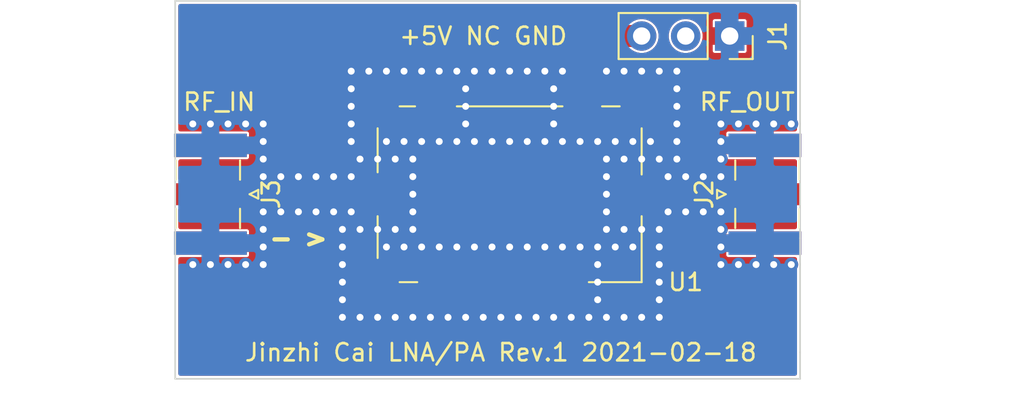
<source format=kicad_pcb>
(kicad_pcb (version 20171130) (host pcbnew 5.1.6-c6e7f7d~86~ubuntu18.04.1)

  (general
    (thickness 1.6)
    (drawings 12)
    (tracks 170)
    (zones 0)
    (modules 4)
    (nets 6)
  )

  (page A4)
  (layers
    (0 F.Cu signal)
    (31 B.Cu signal)
    (32 B.Adhes user)
    (33 F.Adhes user)
    (34 B.Paste user)
    (35 F.Paste user)
    (36 B.SilkS user)
    (37 F.SilkS user)
    (38 B.Mask user)
    (39 F.Mask user)
    (40 Dwgs.User user)
    (41 Cmts.User user hide)
    (42 Eco1.User user)
    (43 Eco2.User user)
    (44 Edge.Cuts user)
    (45 Margin user)
    (46 B.CrtYd user hide)
    (47 F.CrtYd user)
    (48 B.Fab user hide)
    (49 F.Fab user hide)
  )

  (setup
    (last_trace_width 0.25)
    (user_trace_width 0.657276)
    (user_trace_width 1.27)
    (trace_clearance 0.127)
    (zone_clearance 0.127)
    (zone_45_only no)
    (trace_min 0.2)
    (via_size 0.8)
    (via_drill 0.4)
    (via_min_size 0.4)
    (via_min_drill 0.3)
    (uvia_size 0.3)
    (uvia_drill 0.1)
    (uvias_allowed no)
    (uvia_min_size 0.2)
    (uvia_min_drill 0.1)
    (edge_width 0.1)
    (segment_width 0.2)
    (pcb_text_width 0.3)
    (pcb_text_size 1.5 1.5)
    (mod_edge_width 0.15)
    (mod_text_size 1 1)
    (mod_text_width 0.15)
    (pad_size 1.524 1.524)
    (pad_drill 0)
    (pad_to_mask_clearance 0)
    (aux_axis_origin 0 0)
    (visible_elements FFFFFF7F)
    (pcbplotparams
      (layerselection 0x010fc_ffffffff)
      (usegerberextensions false)
      (usegerberattributes true)
      (usegerberadvancedattributes true)
      (creategerberjobfile true)
      (excludeedgelayer true)
      (linewidth 0.100000)
      (plotframeref false)
      (viasonmask false)
      (mode 1)
      (useauxorigin false)
      (hpglpennumber 1)
      (hpglpenspeed 20)
      (hpglpendiameter 15.000000)
      (psnegative false)
      (psa4output false)
      (plotreference true)
      (plotvalue true)
      (plotinvisibletext false)
      (padsonsilk false)
      (subtractmaskfromsilk false)
      (outputformat 1)
      (mirror false)
      (drillshape 0)
      (scaleselection 1)
      (outputdirectory "../Assembly/"))
  )

  (net 0 "")
  (net 1 GND)
  (net 2 "Net-(J1-Pad2)")
  (net 3 "Net-(J2-Pad1)")
  (net 4 "Net-(J1-Pad3)")
  (net 5 "Net-(J3-Pad1)")

  (net_class Default "This is the default net class."
    (clearance 0.127)
    (trace_width 0.25)
    (via_dia 0.8)
    (via_drill 0.4)
    (uvia_dia 0.3)
    (uvia_drill 0.1)
    (add_net GND)
    (add_net "Net-(J1-Pad2)")
    (add_net "Net-(J1-Pad3)")
    (add_net "Net-(J2-Pad1)")
    (add_net "Net-(J3-Pad1)")
  )

  (module MiniCircuit:TAMP-272LN+ (layer F.Cu) (tedit 602EC3B4) (tstamp 602F17E2)
    (at 148.844 133.604)
    (path /602F5DB0)
    (fp_text reference U1 (at 10.16 5.08) (layer F.SilkS)
      (effects (font (size 1 1) (thickness 0.15)))
    )
    (fp_text value TAMP-272LN+ (at 0 -7.112) (layer F.Fab)
      (effects (font (size 1 1) (thickness 0.15)))
    )
    (fp_line (start 7.62 -1.143) (end 7.62 -3.81) (layer F.SilkS) (width 0.12))
    (fp_line (start -3.048 -5.08) (end 3.048 -5.08) (layer F.SilkS) (width 0.12))
    (fp_line (start 5.334 -5.08) (end 6.35 -5.08) (layer F.SilkS) (width 0.12))
    (fp_line (start 7.62 1.27) (end 7.62 5.08) (layer F.SilkS) (width 0.12))
    (fp_line (start 7.62 5.08) (end 4.572 5.08) (layer F.SilkS) (width 0.12))
    (fp_line (start -5.334 5.08) (end -6.35 5.08) (layer F.SilkS) (width 0.12))
    (fp_line (start -7.62 3.683) (end -7.62 1.27) (layer F.SilkS) (width 0.12))
    (fp_line (start -7.62 -1.27) (end -7.62 -3.81) (layer F.SilkS) (width 0.12))
    (fp_line (start -6.35 -5.08) (end -5.461 -5.08) (layer F.SilkS) (width 0.12))
    (pad 1 smd rect (at 0 0) (size 8.001 4.0132) (layers F.Cu F.Paste F.Mask)
      (net 1 GND))
    (pad 1 smd rect (at -7.5 5) (size 2.0066 2.2098) (layers F.Cu F.Paste F.Mask)
      (net 1 GND))
    (pad 10 smd rect (at -7.5 0) (size 2.0066 2.2098) (layers F.Cu F.Paste F.Mask)
      (net 5 "Net-(J3-Pad1)"))
    (pad 1 smd rect (at -7.5 -5) (size 2.0066 2.2098) (layers F.Cu F.Paste F.Mask)
      (net 1 GND))
    (pad 1 smd rect (at -4.25 -5) (size 2.0066 2.2098) (layers F.Cu F.Paste F.Mask)
      (net 1 GND))
    (pad 7 smd rect (at 4.25 -5) (size 2.0066 2.2098) (layers F.Cu F.Paste F.Mask)
      (net 4 "Net-(J1-Pad3)"))
    (pad 1 smd rect (at 7.5 -5) (size 2.0066 2.2098) (layers F.Cu F.Paste F.Mask)
      (net 1 GND))
    (pad 5 smd rect (at 7.5 0) (size 2.0066 2.2098) (layers F.Cu F.Paste F.Mask)
      (net 3 "Net-(J2-Pad1)"))
    (pad 1 smd rect (at 3.42 5) (size 2.0066 2.2098) (layers F.Cu F.Paste F.Mask)
      (net 1 GND))
    (pad 1 smd rect (at 0.88 5) (size 2.0066 2.2098) (layers F.Cu F.Paste F.Mask)
      (net 1 GND))
    (pad 1 smd rect (at -1.66 5) (size 2.0066 2.2098) (layers F.Cu F.Paste F.Mask)
      (net 1 GND))
    (pad 1 smd rect (at -4.2 5) (size 2.0066 2.2098) (layers F.Cu F.Paste F.Mask)
      (net 1 GND))
  )

  (module Connector_Coaxial:SMA_Samtec_SMA-J-P-X-ST-EM1_EdgeMount (layer F.Cu) (tedit 5DAA3454) (tstamp 602F0EA0)
    (at 131.572 133.604 270)
    (descr "Connector SMA, 0Hz to 20GHz, 50Ohm, Edge Mount (http://suddendocs.samtec.com/prints/sma-j-p-x-st-em1-mkt.pdf)")
    (tags "SMA Straight Samtec Edge Mount")
    (path /602F081F)
    (attr smd)
    (fp_text reference J3 (at 0 -3.5 90) (layer F.SilkS)
      (effects (font (size 1 1) (thickness 0.15)))
    )
    (fp_text value Conn_Coaxial (at 0 13 90) (layer F.Fab)
      (effects (font (size 1 1) (thickness 0.15)))
    )
    (fp_line (start 0.84 -1.71) (end 1.95 -1.71) (layer F.SilkS) (width 0.12))
    (fp_line (start -1.95 -1.71) (end -0.84 -1.71) (layer F.SilkS) (width 0.12))
    (fp_line (start 0.84 2) (end 1.95 2) (layer F.SilkS) (width 0.12))
    (fp_line (start -1.95 2) (end -0.84 2) (layer F.SilkS) (width 0.12))
    (fp_line (start 3.68 2.6) (end 3.68 12.12) (layer B.CrtYd) (width 0.05))
    (fp_line (start 4 2.6) (end 3.68 2.6) (layer B.CrtYd) (width 0.05))
    (fp_line (start -3.68 12.12) (end -3.68 2.6) (layer B.CrtYd) (width 0.05))
    (fp_line (start -3.68 2.6) (end -4 2.6) (layer B.CrtYd) (width 0.05))
    (fp_line (start 3.68 2.6) (end 3.68 12.12) (layer F.CrtYd) (width 0.05))
    (fp_line (start 3.68 2.6) (end 4 2.6) (layer F.CrtYd) (width 0.05))
    (fp_line (start -3.68 12.12) (end -3.68 2.6) (layer F.CrtYd) (width 0.05))
    (fp_line (start -3.68 2.6) (end -4 2.6) (layer F.CrtYd) (width 0.05))
    (fp_line (start 4.1 2.1) (end -4.1 2.1) (layer Dwgs.User) (width 0.1))
    (fp_line (start -3.175 -1.71) (end -3.175 11.62) (layer F.Fab) (width 0.1))
    (fp_line (start -2.365 -1.71) (end -3.175 -1.71) (layer F.Fab) (width 0.1))
    (fp_line (start -2.365 2.1) (end -2.365 -1.71) (layer F.Fab) (width 0.1))
    (fp_line (start 2.365 2.1) (end -2.365 2.1) (layer F.Fab) (width 0.1))
    (fp_line (start 2.365 -1.71) (end 2.365 2.1) (layer F.Fab) (width 0.1))
    (fp_line (start 3.175 -1.71) (end 2.365 -1.71) (layer F.Fab) (width 0.1))
    (fp_line (start 3.175 -1.71) (end 3.175 11.62) (layer F.Fab) (width 0.1))
    (fp_line (start 3.165 11.62) (end -3.165 11.62) (layer F.Fab) (width 0.1))
    (fp_line (start -4 -2.6) (end 4 -2.6) (layer B.CrtYd) (width 0.05))
    (fp_line (start -4 2.6) (end -4 -2.6) (layer B.CrtYd) (width 0.05))
    (fp_line (start 3.68 12.12) (end -3.68 12.12) (layer B.CrtYd) (width 0.05))
    (fp_line (start 4 2.6) (end 4 -2.6) (layer B.CrtYd) (width 0.05))
    (fp_line (start -4 -2.6) (end 4 -2.6) (layer F.CrtYd) (width 0.05))
    (fp_line (start -4 2.6) (end -4 -2.6) (layer F.CrtYd) (width 0.05))
    (fp_line (start 3.68 12.12) (end -3.68 12.12) (layer F.CrtYd) (width 0.05))
    (fp_line (start 4 2.6) (end 4 -2.6) (layer F.CrtYd) (width 0.05))
    (fp_line (start 0.64 2.1) (end 0 3.1) (layer F.Fab) (width 0.1))
    (fp_line (start 0 3.1) (end -0.64 2.1) (layer F.Fab) (width 0.1))
    (fp_line (start 0 -2.26) (end 0.25 -2.76) (layer F.SilkS) (width 0.12))
    (fp_line (start 0.25 -2.76) (end -0.25 -2.76) (layer F.SilkS) (width 0.12))
    (fp_line (start -0.25 -2.76) (end 0 -2.26) (layer F.SilkS) (width 0.12))
    (fp_text user "Board Thickness: 1.57mm" (at 0 -5.45 90) (layer Cmts.User)
      (effects (font (size 1 1) (thickness 0.15)))
    )
    (fp_text user "PCB Edge" (at 0 2.6 90) (layer Dwgs.User)
      (effects (font (size 0.5 0.5) (thickness 0.1)))
    )
    (fp_text user %R (at 0 4.79 270) (layer F.Fab)
      (effects (font (size 1 1) (thickness 0.15)))
    )
    (pad 1 smd rect (at 0 0.2 270) (size 1.27 3.6) (layers F.Cu F.Paste F.Mask)
      (net 5 "Net-(J3-Pad1)"))
    (pad 2 smd rect (at 2.825 0 270) (size 1.35 4.2) (layers F.Cu F.Paste F.Mask)
      (net 1 GND))
    (pad 2 smd rect (at -2.825 0 270) (size 1.35 4.2) (layers F.Cu F.Paste F.Mask)
      (net 1 GND))
    (pad 2 smd rect (at 2.825 0 270) (size 1.35 4.2) (layers B.Cu B.Paste B.Mask)
      (net 1 GND))
    (pad 2 smd rect (at -2.825 0 270) (size 1.35 4.2) (layers B.Cu B.Paste B.Mask)
      (net 1 GND))
    (model ${KISYS3DMOD}/Connector_Coaxial.3dshapes/SMA_Samtec_SMA-J-P-X-ST-EM1_EdgeMount.wrl
      (at (xyz 0 0 0))
      (scale (xyz 1 1 1))
      (rotate (xyz 0 0 0))
    )
  )

  (module Connector_PinSocket_2.54mm:PinSocket_1x03_P2.54mm_Vertical (layer F.Cu) (tedit 5A19A429) (tstamp 602F0E18)
    (at 161.544 124.46 270)
    (descr "Through hole straight socket strip, 1x03, 2.54mm pitch, single row (from Kicad 4.0.7), script generated")
    (tags "Through hole socket strip THT 1x03 2.54mm single row")
    (path /602EC147)
    (fp_text reference J1 (at 0 -2.77 90) (layer F.SilkS)
      (effects (font (size 1 1) (thickness 0.15)))
    )
    (fp_text value Conn_01x03 (at 0 12.192 180) (layer F.Fab)
      (effects (font (size 1 1) (thickness 0.15)))
    )
    (fp_line (start -1.8 6.85) (end -1.8 -1.8) (layer F.CrtYd) (width 0.05))
    (fp_line (start 1.75 6.85) (end -1.8 6.85) (layer F.CrtYd) (width 0.05))
    (fp_line (start 1.75 -1.8) (end 1.75 6.85) (layer F.CrtYd) (width 0.05))
    (fp_line (start -1.8 -1.8) (end 1.75 -1.8) (layer F.CrtYd) (width 0.05))
    (fp_line (start 0 -1.33) (end 1.33 -1.33) (layer F.SilkS) (width 0.12))
    (fp_line (start 1.33 -1.33) (end 1.33 0) (layer F.SilkS) (width 0.12))
    (fp_line (start 1.33 1.27) (end 1.33 6.41) (layer F.SilkS) (width 0.12))
    (fp_line (start -1.33 6.41) (end 1.33 6.41) (layer F.SilkS) (width 0.12))
    (fp_line (start -1.33 1.27) (end -1.33 6.41) (layer F.SilkS) (width 0.12))
    (fp_line (start -1.33 1.27) (end 1.33 1.27) (layer F.SilkS) (width 0.12))
    (fp_line (start -1.27 6.35) (end -1.27 -1.27) (layer F.Fab) (width 0.1))
    (fp_line (start 1.27 6.35) (end -1.27 6.35) (layer F.Fab) (width 0.1))
    (fp_line (start 1.27 -0.635) (end 1.27 6.35) (layer F.Fab) (width 0.1))
    (fp_line (start 0.635 -1.27) (end 1.27 -0.635) (layer F.Fab) (width 0.1))
    (fp_line (start -1.27 -1.27) (end 0.635 -1.27) (layer F.Fab) (width 0.1))
    (fp_text user %R (at 0 2.54) (layer F.Fab)
      (effects (font (size 1 1) (thickness 0.15)))
    )
    (pad 3 thru_hole oval (at 0 5.08 270) (size 1.7 1.7) (drill 1) (layers *.Cu *.Mask)
      (net 4 "Net-(J1-Pad3)"))
    (pad 2 thru_hole oval (at 0 2.54 270) (size 1.7 1.7) (drill 1) (layers *.Cu *.Mask)
      (net 2 "Net-(J1-Pad2)"))
    (pad 1 thru_hole rect (at 0 0 270) (size 1.7 1.7) (drill 1) (layers *.Cu *.Mask)
      (net 1 GND))
    (model ${KISYS3DMOD}/Connector_PinSocket_2.54mm.3dshapes/PinSocket_1x03_P2.54mm_Vertical.wrl
      (at (xyz 0 0 0))
      (scale (xyz 1 1 1))
      (rotate (xyz 0 0 0))
    )
  )

  (module Connector_Coaxial:SMA_Samtec_SMA-J-P-X-ST-EM1_EdgeMount (layer F.Cu) (tedit 5DAA3454) (tstamp 602E9B31)
    (at 163.576 133.604 90)
    (descr "Connector SMA, 0Hz to 20GHz, 50Ohm, Edge Mount (http://suddendocs.samtec.com/prints/sma-j-p-x-st-em1-mkt.pdf)")
    (tags "SMA Straight Samtec Edge Mount")
    (path /602EA1F3)
    (attr smd)
    (fp_text reference J2 (at 0 -3.5 90) (layer F.SilkS)
      (effects (font (size 1 1) (thickness 0.15)))
    )
    (fp_text value Conn_Coaxial (at 0 13 90) (layer F.Fab)
      (effects (font (size 1 1) (thickness 0.15)))
    )
    (fp_line (start -0.25 -2.76) (end 0 -2.26) (layer F.SilkS) (width 0.12))
    (fp_line (start 0.25 -2.76) (end -0.25 -2.76) (layer F.SilkS) (width 0.12))
    (fp_line (start 0 -2.26) (end 0.25 -2.76) (layer F.SilkS) (width 0.12))
    (fp_line (start 0 3.1) (end -0.64 2.1) (layer F.Fab) (width 0.1))
    (fp_line (start 0.64 2.1) (end 0 3.1) (layer F.Fab) (width 0.1))
    (fp_line (start 4 2.6) (end 4 -2.6) (layer F.CrtYd) (width 0.05))
    (fp_line (start 3.68 12.12) (end -3.68 12.12) (layer F.CrtYd) (width 0.05))
    (fp_line (start -4 2.6) (end -4 -2.6) (layer F.CrtYd) (width 0.05))
    (fp_line (start -4 -2.6) (end 4 -2.6) (layer F.CrtYd) (width 0.05))
    (fp_line (start 4 2.6) (end 4 -2.6) (layer B.CrtYd) (width 0.05))
    (fp_line (start 3.68 12.12) (end -3.68 12.12) (layer B.CrtYd) (width 0.05))
    (fp_line (start -4 2.6) (end -4 -2.6) (layer B.CrtYd) (width 0.05))
    (fp_line (start -4 -2.6) (end 4 -2.6) (layer B.CrtYd) (width 0.05))
    (fp_line (start 3.165 11.62) (end -3.165 11.62) (layer F.Fab) (width 0.1))
    (fp_line (start 3.175 -1.71) (end 3.175 11.62) (layer F.Fab) (width 0.1))
    (fp_line (start 3.175 -1.71) (end 2.365 -1.71) (layer F.Fab) (width 0.1))
    (fp_line (start 2.365 -1.71) (end 2.365 2.1) (layer F.Fab) (width 0.1))
    (fp_line (start 2.365 2.1) (end -2.365 2.1) (layer F.Fab) (width 0.1))
    (fp_line (start -2.365 2.1) (end -2.365 -1.71) (layer F.Fab) (width 0.1))
    (fp_line (start -2.365 -1.71) (end -3.175 -1.71) (layer F.Fab) (width 0.1))
    (fp_line (start -3.175 -1.71) (end -3.175 11.62) (layer F.Fab) (width 0.1))
    (fp_line (start 4.1 2.1) (end -4.1 2.1) (layer Dwgs.User) (width 0.1))
    (fp_line (start -3.68 2.6) (end -4 2.6) (layer F.CrtYd) (width 0.05))
    (fp_line (start -3.68 12.12) (end -3.68 2.6) (layer F.CrtYd) (width 0.05))
    (fp_line (start 3.68 2.6) (end 4 2.6) (layer F.CrtYd) (width 0.05))
    (fp_line (start 3.68 2.6) (end 3.68 12.12) (layer F.CrtYd) (width 0.05))
    (fp_line (start -3.68 2.6) (end -4 2.6) (layer B.CrtYd) (width 0.05))
    (fp_line (start -3.68 12.12) (end -3.68 2.6) (layer B.CrtYd) (width 0.05))
    (fp_line (start 4 2.6) (end 3.68 2.6) (layer B.CrtYd) (width 0.05))
    (fp_line (start 3.68 2.6) (end 3.68 12.12) (layer B.CrtYd) (width 0.05))
    (fp_line (start -1.95 2) (end -0.84 2) (layer F.SilkS) (width 0.12))
    (fp_line (start 0.84 2) (end 1.95 2) (layer F.SilkS) (width 0.12))
    (fp_line (start -1.95 -1.71) (end -0.84 -1.71) (layer F.SilkS) (width 0.12))
    (fp_line (start 0.84 -1.71) (end 1.95 -1.71) (layer F.SilkS) (width 0.12))
    (fp_text user "Board Thickness: 1.57mm" (at -8.128 5.08 180) (layer Cmts.User)
      (effects (font (size 1 1) (thickness 0.15)))
    )
    (fp_text user "PCB Edge" (at 0 2.6 90) (layer Dwgs.User)
      (effects (font (size 0.5 0.5) (thickness 0.1)))
    )
    (fp_text user %R (at 0 4.79 270) (layer F.Fab)
      (effects (font (size 1 1) (thickness 0.15)))
    )
    (pad 1 smd rect (at 0 0.2 90) (size 1.27 3.6) (layers F.Cu F.Paste F.Mask)
      (net 3 "Net-(J2-Pad1)"))
    (pad 2 smd rect (at 2.825 0 90) (size 1.35 4.2) (layers F.Cu F.Paste F.Mask)
      (net 1 GND))
    (pad 2 smd rect (at -2.825 0 90) (size 1.35 4.2) (layers F.Cu F.Paste F.Mask)
      (net 1 GND))
    (pad 2 smd rect (at 2.825 0 90) (size 1.35 4.2) (layers B.Cu B.Paste B.Mask)
      (net 1 GND))
    (pad 2 smd rect (at -2.825 0 90) (size 1.35 4.2) (layers B.Cu B.Paste B.Mask)
      (net 1 GND))
    (model ${KISYS3DMOD}/Connector_Coaxial.3dshapes/SMA_Samtec_SMA-J-P-X-ST-EM1_EdgeMount.wrl
      (at (xyz 0 0 0))
      (scale (xyz 1 1 1))
      (rotate (xyz 0 0 0))
    )
  )

  (gr_text RF_OUT (at 162.56 128.27) (layer F.SilkS)
    (effects (font (size 1 1) (thickness 0.15)))
  )
  (gr_text RF_IN (at 132.08 128.27) (layer F.SilkS)
    (effects (font (size 1 1) (thickness 0.15)))
  )
  (gr_text "- >" (at 136.652 136.144) (layer F.SilkS)
    (effects (font (size 1 1) (thickness 0.25)))
  )
  (gr_text "Jinzhi Cai LNA/PA Rev.1 2021-02-18" (at 148.336 142.748) (layer F.SilkS)
    (effects (font (size 1 1) (thickness 0.15)))
  )
  (gr_text "+5V NC GND" (at 147.32 124.46) (layer F.SilkS)
    (effects (font (size 1 1) (thickness 0.15)))
  )
  (gr_line (start 129.54 144.272) (end 129.54 142.748) (layer Edge.Cuts) (width 0.1) (tstamp 602EA421))
  (gr_line (start 165.608 142.748) (end 165.608 144.272) (layer Edge.Cuts) (width 0.1) (tstamp 602EA420))
  (gr_line (start 165.608 136.144) (end 165.608 142.748) (layer Edge.Cuts) (width 0.1) (tstamp 602EA415))
  (gr_line (start 129.54 144.272) (end 165.608 144.272) (layer Edge.Cuts) (width 0.1) (tstamp 602EA414))
  (gr_line (start 129.54 122.428) (end 129.54 142.748) (layer Edge.Cuts) (width 0.1))
  (gr_line (start 165.608 122.428) (end 129.54 122.428) (layer Edge.Cuts) (width 0.1))
  (gr_line (start 165.608 136.144) (end 165.608 122.428) (layer Edge.Cuts) (width 0.1))

  (via (at 134.62 134.62) (size 0.8) (drill 0.4) (layers F.Cu B.Cu) (net 1))
  (via (at 135.636 134.62) (size 0.8) (drill 0.4) (layers F.Cu B.Cu) (net 1))
  (via (at 136.652 134.62) (size 0.8) (drill 0.4) (layers F.Cu B.Cu) (net 1))
  (via (at 137.668 134.62) (size 0.8) (drill 0.4) (layers F.Cu B.Cu) (net 1))
  (via (at 138.684 134.62) (size 0.8) (drill 0.4) (layers F.Cu B.Cu) (net 1))
  (via (at 139.7 134.62) (size 0.8) (drill 0.4) (layers F.Cu B.Cu) (net 1))
  (via (at 139.7 132.588) (size 0.8) (drill 0.4) (layers F.Cu B.Cu) (net 1))
  (via (at 138.684 132.588) (size 0.8) (drill 0.4) (layers F.Cu B.Cu) (net 1))
  (via (at 137.668 132.588) (size 0.8) (drill 0.4) (layers F.Cu B.Cu) (net 1))
  (via (at 136.652 132.588) (size 0.8) (drill 0.4) (layers F.Cu B.Cu) (net 1))
  (via (at 135.636 132.588) (size 0.8) (drill 0.4) (layers F.Cu B.Cu) (net 1))
  (via (at 134.62 132.588) (size 0.8) (drill 0.4) (layers F.Cu B.Cu) (net 1))
  (via (at 134.62 131.572) (size 0.8) (drill 0.4) (layers F.Cu B.Cu) (net 1))
  (via (at 134.62 130.556) (size 0.8) (drill 0.4) (layers F.Cu B.Cu) (net 1))
  (via (at 134.62 129.54) (size 0.8) (drill 0.4) (layers F.Cu B.Cu) (net 1))
  (via (at 133.604 129.54) (size 0.8) (drill 0.4) (layers F.Cu B.Cu) (net 1))
  (via (at 132.588 129.54) (size 0.8) (drill 0.4) (layers F.Cu B.Cu) (net 1))
  (via (at 131.572 129.54) (size 0.8) (drill 0.4) (layers F.Cu B.Cu) (net 1))
  (via (at 130.556 129.54) (size 0.8) (drill 0.4) (layers F.Cu B.Cu) (net 1))
  (via (at 134.62 135.636) (size 0.8) (drill 0.4) (layers F.Cu B.Cu) (net 1))
  (via (at 134.62 136.652) (size 0.8) (drill 0.4) (layers F.Cu B.Cu) (net 1))
  (via (at 134.62 137.668) (size 0.8) (drill 0.4) (layers F.Cu B.Cu) (net 1))
  (via (at 133.604 137.668) (size 0.8) (drill 0.4) (layers F.Cu B.Cu) (net 1))
  (via (at 132.588 137.668) (size 0.8) (drill 0.4) (layers F.Cu B.Cu) (net 1))
  (via (at 131.572 137.668) (size 0.8) (drill 0.4) (layers F.Cu B.Cu) (net 1))
  (via (at 130.556 137.668) (size 0.8) (drill 0.4) (layers F.Cu B.Cu) (net 1))
  (via (at 140.208 135.636) (size 0.8) (drill 0.4) (layers F.Cu B.Cu) (net 1))
  (via (at 141.224 135.636) (size 0.8) (drill 0.4) (layers F.Cu B.Cu) (net 1))
  (via (at 142.24 135.636) (size 0.8) (drill 0.4) (layers F.Cu B.Cu) (net 1))
  (via (at 143.256 135.636) (size 0.8) (drill 0.4) (layers F.Cu B.Cu) (net 1))
  (via (at 143.256 134.62) (size 0.8) (drill 0.4) (layers F.Cu B.Cu) (net 1))
  (via (at 143.256 133.604) (size 0.8) (drill 0.4) (layers F.Cu B.Cu) (net 1))
  (via (at 143.256 132.588) (size 0.8) (drill 0.4) (layers F.Cu B.Cu) (net 1))
  (via (at 140.208 131.572) (size 0.8) (drill 0.4) (layers F.Cu B.Cu) (net 1))
  (via (at 141.224 131.572) (size 0.8) (drill 0.4) (layers F.Cu B.Cu) (net 1))
  (via (at 142.24 131.572) (size 0.8) (drill 0.4) (layers F.Cu B.Cu) (net 1))
  (via (at 143.256 131.572) (size 0.8) (drill 0.4) (layers F.Cu B.Cu) (net 1))
  (via (at 157.988 132.588) (size 0.8) (drill 0.4) (layers F.Cu B.Cu) (net 1))
  (via (at 159.004 132.588) (size 0.8) (drill 0.4) (layers F.Cu B.Cu) (net 1))
  (via (at 160.02 132.588) (size 0.8) (drill 0.4) (layers F.Cu B.Cu) (net 1))
  (via (at 161.036 132.588) (size 0.8) (drill 0.4) (layers F.Cu B.Cu) (net 1))
  (via (at 161.036 131.572) (size 0.8) (drill 0.4) (layers F.Cu B.Cu) (net 1))
  (via (at 161.036 130.556) (size 0.8) (drill 0.4) (layers F.Cu B.Cu) (net 1))
  (via (at 161.036 129.54) (size 0.8) (drill 0.4) (layers F.Cu B.Cu) (net 1))
  (via (at 162.052 129.54) (size 0.8) (drill 0.4) (layers F.Cu B.Cu) (net 1))
  (via (at 163.068 129.54) (size 0.8) (drill 0.4) (layers F.Cu B.Cu) (net 1))
  (via (at 164.084 129.54) (size 0.8) (drill 0.4) (layers F.Cu B.Cu) (net 1))
  (via (at 165.1 129.54) (size 0.8) (drill 0.4) (layers F.Cu B.Cu) (net 1))
  (via (at 161.036 134.62) (size 0.8) (drill 0.4) (layers F.Cu B.Cu) (net 1))
  (via (at 161.036 135.636) (size 0.8) (drill 0.4) (layers F.Cu B.Cu) (net 1))
  (via (at 161.036 136.652) (size 0.8) (drill 0.4) (layers F.Cu B.Cu) (net 1))
  (via (at 161.036 137.668) (size 0.8) (drill 0.4) (layers F.Cu B.Cu) (net 1))
  (via (at 162.052 137.668) (size 0.8) (drill 0.4) (layers F.Cu B.Cu) (net 1))
  (via (at 163.068 137.668) (size 0.8) (drill 0.4) (layers F.Cu B.Cu) (net 1))
  (via (at 164.084 137.668) (size 0.8) (drill 0.4) (layers F.Cu B.Cu) (net 1))
  (via (at 165.1 137.668) (size 0.8) (drill 0.4) (layers F.Cu B.Cu) (net 1))
  (via (at 160.02 134.62) (size 0.8) (drill 0.4) (layers F.Cu B.Cu) (net 1))
  (via (at 159.004 134.62) (size 0.8) (drill 0.4) (layers F.Cu B.Cu) (net 1))
  (via (at 157.988 134.62) (size 0.8) (drill 0.4) (layers F.Cu B.Cu) (net 1))
  (via (at 157.48 135.636) (size 0.8) (drill 0.4) (layers F.Cu B.Cu) (net 1))
  (via (at 156.464 135.636) (size 0.8) (drill 0.4) (layers F.Cu B.Cu) (net 1))
  (via (at 155.448 135.636) (size 0.8) (drill 0.4) (layers F.Cu B.Cu) (net 1))
  (via (at 154.432 135.636) (size 0.8) (drill 0.4) (layers F.Cu B.Cu) (net 1))
  (via (at 154.432 134.62) (size 0.8) (drill 0.4) (layers F.Cu B.Cu) (net 1))
  (via (at 154.432 133.604) (size 0.8) (drill 0.4) (layers F.Cu B.Cu) (net 1))
  (via (at 154.432 132.588) (size 0.8) (drill 0.4) (layers F.Cu B.Cu) (net 1))
  (via (at 154.432 131.572) (size 0.8) (drill 0.4) (layers F.Cu B.Cu) (net 1))
  (via (at 155.448 131.572) (size 0.8) (drill 0.4) (layers F.Cu B.Cu) (net 1))
  (via (at 156.464 131.572) (size 0.8) (drill 0.4) (layers F.Cu B.Cu) (net 1))
  (via (at 157.48 131.572) (size 0.8) (drill 0.4) (layers F.Cu B.Cu) (net 1))
  (via (at 141.732 130.556) (size 0.8) (drill 0.4) (layers F.Cu B.Cu) (net 1))
  (via (at 142.748 130.556) (size 0.8) (drill 0.4) (layers F.Cu B.Cu) (net 1))
  (via (at 143.764 130.556) (size 0.8) (drill 0.4) (layers F.Cu B.Cu) (net 1))
  (via (at 141.732 136.652) (size 0.8) (drill 0.4) (layers F.Cu B.Cu) (net 1))
  (via (at 142.748 136.652) (size 0.8) (drill 0.4) (layers F.Cu B.Cu) (net 1))
  (via (at 143.764 136.652) (size 0.8) (drill 0.4) (layers F.Cu B.Cu) (net 1))
  (via (at 158.496 126.492) (size 0.8) (drill 0.4) (layers F.Cu B.Cu) (net 1))
  (via (at 158.496 127.508) (size 0.8) (drill 0.4) (layers F.Cu B.Cu) (net 1))
  (via (at 158.496 128.524) (size 0.8) (drill 0.4) (layers F.Cu B.Cu) (net 1))
  (via (at 158.496 129.54) (size 0.8) (drill 0.4) (layers F.Cu B.Cu) (net 1))
  (via (at 158.496 130.556) (size 0.8) (drill 0.4) (layers F.Cu B.Cu) (net 1))
  (via (at 158.496 131.572) (size 0.8) (drill 0.4) (layers F.Cu B.Cu) (net 1))
  (via (at 157.48 126.492) (size 0.8) (drill 0.4) (layers F.Cu B.Cu) (net 1))
  (via (at 156.464 126.492) (size 0.8) (drill 0.4) (layers F.Cu B.Cu) (net 1))
  (via (at 155.448 126.492) (size 0.8) (drill 0.4) (layers F.Cu B.Cu) (net 1))
  (via (at 154.432 126.492) (size 0.8) (drill 0.4) (layers F.Cu B.Cu) (net 1))
  (via (at 151.892 126.492) (size 0.8) (drill 0.4) (layers F.Cu B.Cu) (net 1))
  (via (at 150.876 126.492) (size 0.8) (drill 0.4) (layers F.Cu B.Cu) (net 1))
  (via (at 149.86 126.492) (size 0.8) (drill 0.4) (layers F.Cu B.Cu) (net 1))
  (via (at 148.844 126.492) (size 0.8) (drill 0.4) (layers F.Cu B.Cu) (net 1))
  (via (at 147.828 126.492) (size 0.8) (drill 0.4) (layers F.Cu B.Cu) (net 1))
  (via (at 146.812 126.492) (size 0.8) (drill 0.4) (layers F.Cu B.Cu) (net 1))
  (via (at 145.796 126.492) (size 0.8) (drill 0.4) (layers F.Cu B.Cu) (net 1))
  (via (at 144.78 126.492) (size 0.8) (drill 0.4) (layers F.Cu B.Cu) (net 1))
  (via (at 143.764 126.492) (size 0.8) (drill 0.4) (layers F.Cu B.Cu) (net 1))
  (via (at 142.748 126.492) (size 0.8) (drill 0.4) (layers F.Cu B.Cu) (net 1))
  (via (at 141.732 126.492) (size 0.8) (drill 0.4) (layers F.Cu B.Cu) (net 1))
  (via (at 140.716 126.492) (size 0.8) (drill 0.4) (layers F.Cu B.Cu) (net 1))
  (via (at 139.7 126.492) (size 0.8) (drill 0.4) (layers F.Cu B.Cu) (net 1))
  (via (at 139.7 127.508) (size 0.8) (drill 0.4) (layers F.Cu B.Cu) (net 1))
  (via (at 139.7 128.524) (size 0.8) (drill 0.4) (layers F.Cu B.Cu) (net 1))
  (via (at 139.7 129.54) (size 0.8) (drill 0.4) (layers F.Cu B.Cu) (net 1))
  (via (at 139.7 130.556) (size 0.8) (drill 0.4) (layers F.Cu B.Cu) (net 1))
  (via (at 157.48 136.652) (size 0.8) (drill 0.4) (layers F.Cu B.Cu) (net 1))
  (via (at 157.48 137.668) (size 0.8) (drill 0.4) (layers F.Cu B.Cu) (net 1))
  (via (at 157.48 138.684) (size 0.8) (drill 0.4) (layers F.Cu B.Cu) (net 1))
  (via (at 157.48 139.7) (size 0.8) (drill 0.4) (layers F.Cu B.Cu) (net 1))
  (via (at 157.48 140.716) (size 0.8) (drill 0.4) (layers F.Cu B.Cu) (net 1))
  (via (at 156.464 140.716) (size 0.8) (drill 0.4) (layers F.Cu B.Cu) (net 1))
  (via (at 155.448 140.716) (size 0.8) (drill 0.4) (layers F.Cu B.Cu) (net 1))
  (via (at 154.432 140.716) (size 0.8) (drill 0.4) (layers F.Cu B.Cu) (net 1))
  (via (at 153.416 140.716) (size 0.8) (drill 0.4) (layers F.Cu B.Cu) (net 1))
  (via (at 152.4 140.716) (size 0.8) (drill 0.4) (layers F.Cu B.Cu) (net 1))
  (via (at 151.384 140.716) (size 0.8) (drill 0.4) (layers F.Cu B.Cu) (net 1))
  (via (at 150.368 140.716) (size 0.8) (drill 0.4) (layers F.Cu B.Cu) (net 1))
  (via (at 149.352 140.716) (size 0.8) (drill 0.4) (layers F.Cu B.Cu) (net 1))
  (via (at 148.336 140.716) (size 0.8) (drill 0.4) (layers F.Cu B.Cu) (net 1))
  (via (at 147.32 140.716) (size 0.8) (drill 0.4) (layers F.Cu B.Cu) (net 1))
  (via (at 146.304 140.716) (size 0.8) (drill 0.4) (layers F.Cu B.Cu) (net 1))
  (via (at 145.288 140.716) (size 0.8) (drill 0.4) (layers F.Cu B.Cu) (net 1))
  (via (at 144.272 140.716) (size 0.8) (drill 0.4) (layers F.Cu B.Cu) (net 1))
  (via (at 143.256 140.716) (size 0.8) (drill 0.4) (layers F.Cu B.Cu) (net 1))
  (via (at 142.24 140.716) (size 0.8) (drill 0.4) (layers F.Cu B.Cu) (net 1))
  (via (at 141.224 140.716) (size 0.8) (drill 0.4) (layers F.Cu B.Cu) (net 1))
  (via (at 140.208 140.716) (size 0.8) (drill 0.4) (layers F.Cu B.Cu) (net 1))
  (via (at 139.192 140.716) (size 0.8) (drill 0.4) (layers F.Cu B.Cu) (net 1))
  (via (at 139.192 139.7) (size 0.8) (drill 0.4) (layers F.Cu B.Cu) (net 1))
  (via (at 139.192 138.684) (size 0.8) (drill 0.4) (layers F.Cu B.Cu) (net 1))
  (via (at 139.192 137.668) (size 0.8) (drill 0.4) (layers F.Cu B.Cu) (net 1))
  (via (at 139.192 136.652) (size 0.8) (drill 0.4) (layers F.Cu B.Cu) (net 1))
  (via (at 139.192 135.636) (size 0.8) (drill 0.4) (layers F.Cu B.Cu) (net 1))
  (via (at 144.78 136.652) (size 0.8) (drill 0.4) (layers F.Cu B.Cu) (net 1))
  (via (at 145.796 136.652) (size 0.8) (drill 0.4) (layers F.Cu B.Cu) (net 1))
  (via (at 146.812 136.652) (size 0.8) (drill 0.4) (layers F.Cu B.Cu) (net 1))
  (via (at 147.828 136.652) (size 0.8) (drill 0.4) (layers F.Cu B.Cu) (net 1))
  (via (at 148.844 136.652) (size 0.8) (drill 0.4) (layers F.Cu B.Cu) (net 1))
  (via (at 149.86 136.652) (size 0.8) (drill 0.4) (layers F.Cu B.Cu) (net 1))
  (via (at 150.876 136.652) (size 0.8) (drill 0.4) (layers F.Cu B.Cu) (net 1))
  (via (at 151.892 136.652) (size 0.8) (drill 0.4) (layers F.Cu B.Cu) (net 1))
  (via (at 152.908 136.652) (size 0.8) (drill 0.4) (layers F.Cu B.Cu) (net 1))
  (via (at 153.924 136.652) (size 0.8) (drill 0.4) (layers F.Cu B.Cu) (net 1))
  (via (at 154.94 136.652) (size 0.8) (drill 0.4) (layers F.Cu B.Cu) (net 1))
  (via (at 155.956 136.652) (size 0.8) (drill 0.4) (layers F.Cu B.Cu) (net 1))
  (via (at 144.78 130.556) (size 0.8) (drill 0.4) (layers F.Cu B.Cu) (net 1))
  (via (at 145.796 130.556) (size 0.8) (drill 0.4) (layers F.Cu B.Cu) (net 1))
  (via (at 146.812 130.556) (size 0.8) (drill 0.4) (layers F.Cu B.Cu) (net 1))
  (via (at 147.828 130.556) (size 0.8) (drill 0.4) (layers F.Cu B.Cu) (net 1))
  (via (at 148.844 130.556) (size 0.8) (drill 0.4) (layers F.Cu B.Cu) (net 1))
  (via (at 149.86 130.556) (size 0.8) (drill 0.4) (layers F.Cu B.Cu) (net 1))
  (via (at 150.876 130.556) (size 0.8) (drill 0.4) (layers F.Cu B.Cu) (net 1))
  (via (at 151.892 130.556) (size 0.8) (drill 0.4) (layers F.Cu B.Cu) (net 1))
  (via (at 152.908 130.556) (size 0.8) (drill 0.4) (layers F.Cu B.Cu) (net 1))
  (via (at 153.924 130.556) (size 0.8) (drill 0.4) (layers F.Cu B.Cu) (net 1))
  (via (at 154.94 130.556) (size 0.8) (drill 0.4) (layers F.Cu B.Cu) (net 1))
  (via (at 155.956 130.556) (size 0.8) (drill 0.4) (layers F.Cu B.Cu) (net 1))
  (via (at 156.972 130.556) (size 0.8) (drill 0.4) (layers F.Cu B.Cu) (net 1))
  (via (at 153.924 137.668) (size 0.8) (drill 0.4) (layers F.Cu B.Cu) (net 1))
  (via (at 153.924 138.684) (size 0.8) (drill 0.4) (layers F.Cu B.Cu) (net 1))
  (via (at 153.924 139.7) (size 0.8) (drill 0.4) (layers F.Cu B.Cu) (net 1))
  (via (at 146.304 127.508) (size 0.8) (drill 0.4) (layers F.Cu B.Cu) (net 1))
  (via (at 146.304 128.524) (size 0.8) (drill 0.4) (layers F.Cu B.Cu) (net 1))
  (via (at 146.304 129.54) (size 0.8) (drill 0.4) (layers F.Cu B.Cu) (net 1))
  (via (at 151.384 127.508) (size 0.8) (drill 0.4) (layers F.Cu B.Cu) (net 1))
  (via (at 151.384 128.524) (size 0.8) (drill 0.4) (layers F.Cu B.Cu) (net 1))
  (via (at 151.384 129.54) (size 0.8) (drill 0.4) (layers F.Cu B.Cu) (net 1))
  (segment (start 156.344 133.604) (end 163.776 133.604) (width 0.657276) (layer F.Cu) (net 3))
  (segment (start 156.464 124.46) (end 153.924 124.46) (width 1.27) (layer F.Cu) (net 4))
  (segment (start 153.094 125.29) (end 153.094 128.604) (width 1.27) (layer F.Cu) (net 4))
  (segment (start 153.924 124.46) (end 153.094 125.29) (width 1.27) (layer F.Cu) (net 4))
  (segment (start 131.372 133.604) (end 141.344 133.604) (width 0.657276) (layer F.Cu) (net 5))

  (zone (net 1) (net_name GND) (layer B.Cu) (tstamp 602ECA86) (hatch edge 0.508)
    (connect_pads (clearance 0.127))
    (min_thickness 0.254)
    (fill yes (arc_segments 32) (thermal_gap 0.508) (thermal_bridge_width 1.016))
    (polygon
      (pts
        (xy 167.272605 145.796) (xy 121.044605 145.796) (xy 121.044605 122.428) (xy 167.272605 122.428)
      )
    )
    (filled_polygon
      (pts
        (xy 165.304 129.46666) (xy 164.11575 129.469) (xy 163.957 129.62775) (xy 163.957 130.398) (xy 165.304 130.398)
        (xy 165.304 131.16) (xy 163.957 131.16) (xy 163.957 131.93025) (xy 164.11575 132.089) (xy 165.304 132.09134)
        (xy 165.304 135.11666) (xy 164.11575 135.119) (xy 163.957 135.27775) (xy 163.957 136.048) (xy 165.304 136.048)
        (xy 165.304 136.81) (xy 163.957 136.81) (xy 163.957 137.58025) (xy 164.11575 137.739) (xy 165.304 137.74134)
        (xy 165.304001 142.733067) (xy 165.304 142.733077) (xy 165.304001 143.968) (xy 129.844 143.968) (xy 129.844 137.74134)
        (xy 131.03225 137.739) (xy 131.191 137.58025) (xy 131.191 136.81) (xy 131.953 136.81) (xy 131.953 137.58025)
        (xy 132.11175 137.739) (xy 133.672 137.742072) (xy 133.796482 137.729812) (xy 133.91618 137.693502) (xy 134.026494 137.634537)
        (xy 134.123185 137.555185) (xy 134.202537 137.458494) (xy 134.261502 137.34818) (xy 134.297812 137.228482) (xy 134.310072 137.104)
        (xy 160.837928 137.104) (xy 160.850188 137.228482) (xy 160.886498 137.34818) (xy 160.945463 137.458494) (xy 161.024815 137.555185)
        (xy 161.121506 137.634537) (xy 161.23182 137.693502) (xy 161.351518 137.729812) (xy 161.476 137.742072) (xy 163.03625 137.739)
        (xy 163.195 137.58025) (xy 163.195 136.81) (xy 160.99975 136.81) (xy 160.841 136.96875) (xy 160.837928 137.104)
        (xy 134.310072 137.104) (xy 134.307 136.96875) (xy 134.14825 136.81) (xy 131.953 136.81) (xy 131.191 136.81)
        (xy 129.844 136.81) (xy 129.844 136.048) (xy 131.191 136.048) (xy 131.191 135.27775) (xy 131.953 135.27775)
        (xy 131.953 136.048) (xy 134.14825 136.048) (xy 134.307 135.88925) (xy 134.310072 135.754) (xy 160.837928 135.754)
        (xy 160.841 135.88925) (xy 160.99975 136.048) (xy 163.195 136.048) (xy 163.195 135.27775) (xy 163.03625 135.119)
        (xy 161.476 135.115928) (xy 161.351518 135.128188) (xy 161.23182 135.164498) (xy 161.121506 135.223463) (xy 161.024815 135.302815)
        (xy 160.945463 135.399506) (xy 160.886498 135.50982) (xy 160.850188 135.629518) (xy 160.837928 135.754) (xy 134.310072 135.754)
        (xy 134.297812 135.629518) (xy 134.261502 135.50982) (xy 134.202537 135.399506) (xy 134.123185 135.302815) (xy 134.026494 135.223463)
        (xy 133.91618 135.164498) (xy 133.796482 135.128188) (xy 133.672 135.115928) (xy 132.11175 135.119) (xy 131.953 135.27775)
        (xy 131.191 135.27775) (xy 131.03225 135.119) (xy 129.844 135.11666) (xy 129.844 132.09134) (xy 131.03225 132.089)
        (xy 131.191 131.93025) (xy 131.191 131.16) (xy 131.953 131.16) (xy 131.953 131.93025) (xy 132.11175 132.089)
        (xy 133.672 132.092072) (xy 133.796482 132.079812) (xy 133.91618 132.043502) (xy 134.026494 131.984537) (xy 134.123185 131.905185)
        (xy 134.202537 131.808494) (xy 134.261502 131.69818) (xy 134.297812 131.578482) (xy 134.310072 131.454) (xy 160.837928 131.454)
        (xy 160.850188 131.578482) (xy 160.886498 131.69818) (xy 160.945463 131.808494) (xy 161.024815 131.905185) (xy 161.121506 131.984537)
        (xy 161.23182 132.043502) (xy 161.351518 132.079812) (xy 161.476 132.092072) (xy 163.03625 132.089) (xy 163.195 131.93025)
        (xy 163.195 131.16) (xy 160.99975 131.16) (xy 160.841 131.31875) (xy 160.837928 131.454) (xy 134.310072 131.454)
        (xy 134.307 131.31875) (xy 134.14825 131.16) (xy 131.953 131.16) (xy 131.191 131.16) (xy 129.844 131.16)
        (xy 129.844 130.398) (xy 131.191 130.398) (xy 131.191 129.62775) (xy 131.953 129.62775) (xy 131.953 130.398)
        (xy 134.14825 130.398) (xy 134.307 130.23925) (xy 134.310072 130.104) (xy 160.837928 130.104) (xy 160.841 130.23925)
        (xy 160.99975 130.398) (xy 163.195 130.398) (xy 163.195 129.62775) (xy 163.03625 129.469) (xy 161.476 129.465928)
        (xy 161.351518 129.478188) (xy 161.23182 129.514498) (xy 161.121506 129.573463) (xy 161.024815 129.652815) (xy 160.945463 129.749506)
        (xy 160.886498 129.85982) (xy 160.850188 129.979518) (xy 160.837928 130.104) (xy 134.310072 130.104) (xy 134.297812 129.979518)
        (xy 134.261502 129.85982) (xy 134.202537 129.749506) (xy 134.123185 129.652815) (xy 134.026494 129.573463) (xy 133.91618 129.514498)
        (xy 133.796482 129.478188) (xy 133.672 129.465928) (xy 132.11175 129.469) (xy 131.953 129.62775) (xy 131.191 129.62775)
        (xy 131.03225 129.469) (xy 129.844 129.46666) (xy 129.844 124.351265) (xy 155.36 124.351265) (xy 155.36 124.568735)
        (xy 155.402426 124.782025) (xy 155.485648 124.98294) (xy 155.606467 125.163759) (xy 155.760241 125.317533) (xy 155.94106 125.438352)
        (xy 156.141975 125.521574) (xy 156.355265 125.564) (xy 156.572735 125.564) (xy 156.786025 125.521574) (xy 156.98694 125.438352)
        (xy 157.167759 125.317533) (xy 157.321533 125.163759) (xy 157.442352 124.98294) (xy 157.525574 124.782025) (xy 157.568 124.568735)
        (xy 157.568 124.351265) (xy 157.9 124.351265) (xy 157.9 124.568735) (xy 157.942426 124.782025) (xy 158.025648 124.98294)
        (xy 158.146467 125.163759) (xy 158.300241 125.317533) (xy 158.48106 125.438352) (xy 158.681975 125.521574) (xy 158.895265 125.564)
        (xy 159.112735 125.564) (xy 159.326025 125.521574) (xy 159.52694 125.438352) (xy 159.707759 125.317533) (xy 159.861533 125.163759)
        (xy 159.982352 124.98294) (xy 160.059 124.797896) (xy 160.059 124.841002) (xy 160.217748 124.841002) (xy 160.059 124.99975)
        (xy 160.055928 125.31) (xy 160.068188 125.434482) (xy 160.104498 125.55418) (xy 160.163463 125.664494) (xy 160.242815 125.761185)
        (xy 160.339506 125.840537) (xy 160.44982 125.899502) (xy 160.569518 125.935812) (xy 160.694 125.948072) (xy 161.00425 125.945)
        (xy 161.163 125.78625) (xy 161.163 124.841) (xy 161.925 124.841) (xy 161.925 125.78625) (xy 162.08375 125.945)
        (xy 162.394 125.948072) (xy 162.518482 125.935812) (xy 162.63818 125.899502) (xy 162.748494 125.840537) (xy 162.845185 125.761185)
        (xy 162.924537 125.664494) (xy 162.983502 125.55418) (xy 163.019812 125.434482) (xy 163.032072 125.31) (xy 163.029 124.99975)
        (xy 162.87025 124.841) (xy 161.925 124.841) (xy 161.163 124.841) (xy 161.143 124.841) (xy 161.143 124.079)
        (xy 161.163 124.079) (xy 161.163 123.13375) (xy 161.925 123.13375) (xy 161.925 124.079) (xy 162.87025 124.079)
        (xy 163.029 123.92025) (xy 163.032072 123.61) (xy 163.019812 123.485518) (xy 162.983502 123.36582) (xy 162.924537 123.255506)
        (xy 162.845185 123.158815) (xy 162.748494 123.079463) (xy 162.63818 123.020498) (xy 162.518482 122.984188) (xy 162.394 122.971928)
        (xy 162.08375 122.975) (xy 161.925 123.13375) (xy 161.163 123.13375) (xy 161.00425 122.975) (xy 160.694 122.971928)
        (xy 160.569518 122.984188) (xy 160.44982 123.020498) (xy 160.339506 123.079463) (xy 160.242815 123.158815) (xy 160.163463 123.255506)
        (xy 160.104498 123.36582) (xy 160.068188 123.485518) (xy 160.055928 123.61) (xy 160.059 123.92025) (xy 160.217748 124.078998)
        (xy 160.059 124.078998) (xy 160.059 124.122104) (xy 159.982352 123.93706) (xy 159.861533 123.756241) (xy 159.707759 123.602467)
        (xy 159.52694 123.481648) (xy 159.326025 123.398426) (xy 159.112735 123.356) (xy 158.895265 123.356) (xy 158.681975 123.398426)
        (xy 158.48106 123.481648) (xy 158.300241 123.602467) (xy 158.146467 123.756241) (xy 158.025648 123.93706) (xy 157.942426 124.137975)
        (xy 157.9 124.351265) (xy 157.568 124.351265) (xy 157.525574 124.137975) (xy 157.442352 123.93706) (xy 157.321533 123.756241)
        (xy 157.167759 123.602467) (xy 156.98694 123.481648) (xy 156.786025 123.398426) (xy 156.572735 123.356) (xy 156.355265 123.356)
        (xy 156.141975 123.398426) (xy 155.94106 123.481648) (xy 155.760241 123.602467) (xy 155.606467 123.756241) (xy 155.485648 123.93706)
        (xy 155.402426 124.137975) (xy 155.36 124.351265) (xy 129.844 124.351265) (xy 129.844 122.732) (xy 165.304001 122.732)
      )
    )
  )
  (zone (net 1) (net_name GND) (layer F.Cu) (tstamp 602ECA83) (hatch edge 0.508)
    (connect_pads (clearance 0.127))
    (min_thickness 0.254)
    (fill yes (arc_segments 32) (thermal_gap 0.127) (thermal_bridge_width 1.016))
    (polygon
      (pts
        (xy 172.048265 145.796) (xy 125.820265 145.796) (xy 125.820265 122.428) (xy 172.048265 122.428)
      )
    )
    (filled_polygon
      (pts
        (xy 165.304 129.849047) (xy 164.0205 129.85) (xy 163.957 129.9135) (xy 163.957 130.398) (xy 165.304 130.398)
        (xy 165.304 131.16) (xy 163.957 131.16) (xy 163.957 131.6445) (xy 164.0205 131.708) (xy 165.304 131.708953)
        (xy 165.304 132.713772) (xy 161.976 132.713772) (xy 161.926207 132.718676) (xy 161.878328 132.7332) (xy 161.834203 132.756786)
        (xy 161.795527 132.788527) (xy 161.763786 132.827203) (xy 161.7402 132.871328) (xy 161.725676 132.919207) (xy 161.720772 132.969)
        (xy 161.720772 133.021362) (xy 157.602528 133.021362) (xy 157.602528 132.4991) (xy 157.597624 132.449307) (xy 157.5831 132.401428)
        (xy 157.559514 132.357303) (xy 157.527773 132.318627) (xy 157.489097 132.286886) (xy 157.444972 132.2633) (xy 157.397093 132.248776)
        (xy 157.3473 132.243872) (xy 155.3407 132.243872) (xy 155.290907 132.248776) (xy 155.243028 132.2633) (xy 155.198903 132.286886)
        (xy 155.160227 132.318627) (xy 155.128486 132.357303) (xy 155.1049 132.401428) (xy 155.090376 132.449307) (xy 155.085472 132.4991)
        (xy 155.085472 134.7089) (xy 155.090376 134.758693) (xy 155.1049 134.806572) (xy 155.128486 134.850697) (xy 155.160227 134.889373)
        (xy 155.198903 134.921114) (xy 155.243028 134.9447) (xy 155.290907 134.959224) (xy 155.3407 134.964128) (xy 157.3473 134.964128)
        (xy 157.397093 134.959224) (xy 157.444972 134.9447) (xy 157.489097 134.921114) (xy 157.527773 134.889373) (xy 157.559514 134.850697)
        (xy 157.5831 134.806572) (xy 157.597624 134.758693) (xy 157.602528 134.7089) (xy 157.602528 134.186638) (xy 161.720772 134.186638)
        (xy 161.720772 134.239) (xy 161.725676 134.288793) (xy 161.7402 134.336672) (xy 161.763786 134.380797) (xy 161.795527 134.419473)
        (xy 161.834203 134.451214) (xy 161.878328 134.4748) (xy 161.926207 134.489324) (xy 161.976 134.494228) (xy 165.304 134.494228)
        (xy 165.304 135.499047) (xy 164.0205 135.5) (xy 163.957 135.5635) (xy 163.957 136.048) (xy 165.304 136.048)
        (xy 165.304 136.81) (xy 163.957 136.81) (xy 163.957 137.2945) (xy 164.0205 137.358) (xy 165.304 137.358953)
        (xy 165.304001 142.733067) (xy 165.304 142.733077) (xy 165.304001 143.968) (xy 129.844 143.968) (xy 129.844 139.7089)
        (xy 140.085471 139.7089) (xy 140.090375 139.758693) (xy 140.104899 139.806572) (xy 140.128485 139.850698) (xy 140.160226 139.889374)
        (xy 140.198902 139.921115) (xy 140.243028 139.944701) (xy 140.290907 139.959225) (xy 140.3407 139.964129) (xy 140.8995 139.9629)
        (xy 140.963 139.8994) (xy 140.963 138.985) (xy 141.725 138.985) (xy 141.725 139.8994) (xy 141.7885 139.9629)
        (xy 142.3473 139.964129) (xy 142.397093 139.959225) (xy 142.444972 139.944701) (xy 142.489098 139.921115) (xy 142.527774 139.889374)
        (xy 142.559515 139.850698) (xy 142.583101 139.806572) (xy 142.597625 139.758693) (xy 142.602529 139.7089) (xy 143.385471 139.7089)
        (xy 143.390375 139.758693) (xy 143.404899 139.806572) (xy 143.428485 139.850698) (xy 143.460226 139.889374) (xy 143.498902 139.921115)
        (xy 143.543028 139.944701) (xy 143.590907 139.959225) (xy 143.6407 139.964129) (xy 144.1995 139.9629) (xy 144.263 139.8994)
        (xy 144.263 138.985) (xy 145.025 138.985) (xy 145.025 139.8994) (xy 145.0885 139.9629) (xy 145.6473 139.964129)
        (xy 145.697093 139.959225) (xy 145.744972 139.944701) (xy 145.789098 139.921115) (xy 145.827774 139.889374) (xy 145.859515 139.850698)
        (xy 145.883101 139.806572) (xy 145.897625 139.758693) (xy 145.902529 139.7089) (xy 145.925471 139.7089) (xy 145.930375 139.758693)
        (xy 145.944899 139.806572) (xy 145.968485 139.850698) (xy 146.000226 139.889374) (xy 146.038902 139.921115) (xy 146.083028 139.944701)
        (xy 146.130907 139.959225) (xy 146.1807 139.964129) (xy 146.7395 139.9629) (xy 146.803 139.8994) (xy 146.803 138.985)
        (xy 147.565 138.985) (xy 147.565 139.8994) (xy 147.6285 139.9629) (xy 148.1873 139.964129) (xy 148.237093 139.959225)
        (xy 148.284972 139.944701) (xy 148.329098 139.921115) (xy 148.367774 139.889374) (xy 148.399515 139.850698) (xy 148.423101 139.806572)
        (xy 148.437625 139.758693) (xy 148.442529 139.7089) (xy 148.465471 139.7089) (xy 148.470375 139.758693) (xy 148.484899 139.806572)
        (xy 148.508485 139.850698) (xy 148.540226 139.889374) (xy 148.578902 139.921115) (xy 148.623028 139.944701) (xy 148.670907 139.959225)
        (xy 148.7207 139.964129) (xy 149.2795 139.9629) (xy 149.343 139.8994) (xy 149.343 138.985) (xy 150.105 138.985)
        (xy 150.105 139.8994) (xy 150.1685 139.9629) (xy 150.7273 139.964129) (xy 150.777093 139.959225) (xy 150.824972 139.944701)
        (xy 150.869098 139.921115) (xy 150.907774 139.889374) (xy 150.939515 139.850698) (xy 150.963101 139.806572) (xy 150.977625 139.758693)
        (xy 150.982529 139.7089) (xy 151.005471 139.7089) (xy 151.010375 139.758693) (xy 151.024899 139.806572) (xy 151.048485 139.850698)
        (xy 151.080226 139.889374) (xy 151.118902 139.921115) (xy 151.163028 139.944701) (xy 151.210907 139.959225) (xy 151.2607 139.964129)
        (xy 151.8195 139.9629) (xy 151.883 139.8994) (xy 151.883 138.985) (xy 152.645 138.985) (xy 152.645 139.8994)
        (xy 152.7085 139.9629) (xy 153.2673 139.964129) (xy 153.317093 139.959225) (xy 153.364972 139.944701) (xy 153.409098 139.921115)
        (xy 153.447774 139.889374) (xy 153.479515 139.850698) (xy 153.503101 139.806572) (xy 153.517625 139.758693) (xy 153.522529 139.7089)
        (xy 153.5213 139.0485) (xy 153.4578 138.985) (xy 152.645 138.985) (xy 151.883 138.985) (xy 151.0702 138.985)
        (xy 151.0067 139.0485) (xy 151.005471 139.7089) (xy 150.982529 139.7089) (xy 150.9813 139.0485) (xy 150.9178 138.985)
        (xy 150.105 138.985) (xy 149.343 138.985) (xy 148.5302 138.985) (xy 148.4667 139.0485) (xy 148.465471 139.7089)
        (xy 148.442529 139.7089) (xy 148.4413 139.0485) (xy 148.3778 138.985) (xy 147.565 138.985) (xy 146.803 138.985)
        (xy 145.9902 138.985) (xy 145.9267 139.0485) (xy 145.925471 139.7089) (xy 145.902529 139.7089) (xy 145.9013 139.0485)
        (xy 145.8378 138.985) (xy 145.025 138.985) (xy 144.263 138.985) (xy 143.4502 138.985) (xy 143.3867 139.0485)
        (xy 143.385471 139.7089) (xy 142.602529 139.7089) (xy 142.6013 139.0485) (xy 142.5378 138.985) (xy 141.725 138.985)
        (xy 140.963 138.985) (xy 140.1502 138.985) (xy 140.0867 139.0485) (xy 140.085471 139.7089) (xy 129.844 139.7089)
        (xy 129.844 137.4991) (xy 140.085471 137.4991) (xy 140.0867 138.1595) (xy 140.1502 138.223) (xy 140.963 138.223)
        (xy 140.963 137.3086) (xy 141.725 137.3086) (xy 141.725 138.223) (xy 142.5378 138.223) (xy 142.6013 138.1595)
        (xy 142.602529 137.4991) (xy 143.385471 137.4991) (xy 143.3867 138.1595) (xy 143.4502 138.223) (xy 144.263 138.223)
        (xy 144.263 137.3086) (xy 145.025 137.3086) (xy 145.025 138.223) (xy 145.8378 138.223) (xy 145.9013 138.1595)
        (xy 145.902529 137.4991) (xy 145.925471 137.4991) (xy 145.9267 138.1595) (xy 145.9902 138.223) (xy 146.803 138.223)
        (xy 146.803 137.3086) (xy 147.565 137.3086) (xy 147.565 138.223) (xy 148.3778 138.223) (xy 148.4413 138.1595)
        (xy 148.442529 137.4991) (xy 148.465471 137.4991) (xy 148.4667 138.1595) (xy 148.5302 138.223) (xy 149.343 138.223)
        (xy 149.343 137.3086) (xy 150.105 137.3086) (xy 150.105 138.223) (xy 150.9178 138.223) (xy 150.9813 138.1595)
        (xy 150.982529 137.4991) (xy 151.005471 137.4991) (xy 151.0067 138.1595) (xy 151.0702 138.223) (xy 151.883 138.223)
        (xy 151.883 137.3086) (xy 152.645 137.3086) (xy 152.645 138.223) (xy 153.4578 138.223) (xy 153.5213 138.1595)
        (xy 153.522529 137.4991) (xy 153.517625 137.449307) (xy 153.503101 137.401428) (xy 153.479515 137.357302) (xy 153.447774 137.318626)
        (xy 153.409098 137.286885) (xy 153.364972 137.263299) (xy 153.317093 137.248775) (xy 153.2673 137.243871) (xy 152.7085 137.2451)
        (xy 152.645 137.3086) (xy 151.883 137.3086) (xy 151.8195 137.2451) (xy 151.2607 137.243871) (xy 151.210907 137.248775)
        (xy 151.163028 137.263299) (xy 151.118902 137.286885) (xy 151.080226 137.318626) (xy 151.048485 137.357302) (xy 151.024899 137.401428)
        (xy 151.010375 137.449307) (xy 151.005471 137.4991) (xy 150.982529 137.4991) (xy 150.977625 137.449307) (xy 150.963101 137.401428)
        (xy 150.939515 137.357302) (xy 150.907774 137.318626) (xy 150.869098 137.286885) (xy 150.824972 137.263299) (xy 150.777093 137.248775)
        (xy 150.7273 137.243871) (xy 150.1685 137.2451) (xy 150.105 137.3086) (xy 149.343 137.3086) (xy 149.2795 137.2451)
        (xy 148.7207 137.243871) (xy 148.670907 137.248775) (xy 148.623028 137.263299) (xy 148.578902 137.286885) (xy 148.540226 137.318626)
        (xy 148.508485 137.357302) (xy 148.484899 137.401428) (xy 148.470375 137.449307) (xy 148.465471 137.4991) (xy 148.442529 137.4991)
        (xy 148.437625 137.449307) (xy 148.423101 137.401428) (xy 148.399515 137.357302) (xy 148.367774 137.318626) (xy 148.329098 137.286885)
        (xy 148.284972 137.263299) (xy 148.237093 137.248775) (xy 148.1873 137.243871) (xy 147.6285 137.2451) (xy 147.565 137.3086)
        (xy 146.803 137.3086) (xy 146.7395 137.2451) (xy 146.1807 137.243871) (xy 146.130907 137.248775) (xy 146.083028 137.263299)
        (xy 146.038902 137.286885) (xy 146.000226 137.318626) (xy 145.968485 137.357302) (xy 145.944899 137.401428) (xy 145.930375 137.449307)
        (xy 145.925471 137.4991) (xy 145.902529 137.4991) (xy 145.897625 137.449307) (xy 145.883101 137.401428) (xy 145.859515 137.357302)
        (xy 145.827774 137.318626) (xy 145.789098 137.286885) (xy 145.744972 137.263299) (xy 145.697093 137.248775) (xy 145.6473 137.243871)
        (xy 145.0885 137.2451) (xy 145.025 137.3086) (xy 144.263 137.3086) (xy 144.1995 137.2451) (xy 143.6407 137.243871)
        (xy 143.590907 137.248775) (xy 143.543028 137.263299) (xy 143.498902 137.286885) (xy 143.460226 137.318626) (xy 143.428485 137.357302)
        (xy 143.404899 137.401428) (xy 143.390375 137.449307) (xy 143.385471 137.4991) (xy 142.602529 137.4991) (xy 142.597625 137.449307)
        (xy 142.583101 137.401428) (xy 142.559515 137.357302) (xy 142.527774 137.318626) (xy 142.489098 137.286885) (xy 142.444972 137.263299)
        (xy 142.397093 137.248775) (xy 142.3473 137.243871) (xy 141.7885 137.2451) (xy 141.725 137.3086) (xy 140.963 137.3086)
        (xy 140.8995 137.2451) (xy 140.3407 137.243871) (xy 140.290907 137.248775) (xy 140.243028 137.263299) (xy 140.198902 137.286885)
        (xy 140.160226 137.318626) (xy 140.128485 137.357302) (xy 140.104899 137.401428) (xy 140.090375 137.449307) (xy 140.085471 137.4991)
        (xy 129.844 137.4991) (xy 129.844 137.358953) (xy 131.1275 137.358) (xy 131.191 137.2945) (xy 131.191 136.81)
        (xy 131.953 136.81) (xy 131.953 137.2945) (xy 132.0165 137.358) (xy 133.672 137.359229) (xy 133.721793 137.354325)
        (xy 133.769672 137.339801) (xy 133.813798 137.316215) (xy 133.852474 137.284474) (xy 133.884215 137.245798) (xy 133.907801 137.201672)
        (xy 133.922325 137.153793) (xy 133.927229 137.104) (xy 161.220771 137.104) (xy 161.225675 137.153793) (xy 161.240199 137.201672)
        (xy 161.263785 137.245798) (xy 161.295526 137.284474) (xy 161.334202 137.316215) (xy 161.378328 137.339801) (xy 161.426207 137.354325)
        (xy 161.476 137.359229) (xy 163.1315 137.358) (xy 163.195 137.2945) (xy 163.195 136.81) (xy 161.2855 136.81)
        (xy 161.222 136.8735) (xy 161.220771 137.104) (xy 133.927229 137.104) (xy 133.926 136.8735) (xy 133.8625 136.81)
        (xy 131.953 136.81) (xy 131.191 136.81) (xy 129.844 136.81) (xy 129.844 136.048) (xy 131.191 136.048)
        (xy 131.191 135.5635) (xy 131.953 135.5635) (xy 131.953 136.048) (xy 133.8625 136.048) (xy 133.926 135.9845)
        (xy 133.927229 135.754) (xy 133.922325 135.704207) (xy 133.907801 135.656328) (xy 133.884215 135.612202) (xy 133.882901 135.6106)
        (xy 144.588271 135.6106) (xy 144.593175 135.660393) (xy 144.607699 135.708272) (xy 144.631285 135.752398) (xy 144.663026 135.791074)
        (xy 144.701702 135.822815) (xy 144.745828 135.846401) (xy 144.793707 135.860925) (xy 144.8435 135.865829) (xy 148.3995 135.8646)
        (xy 148.463 135.8011) (xy 148.463 133.985) (xy 149.225 133.985) (xy 149.225 135.8011) (xy 149.2885 135.8646)
        (xy 152.8445 135.865829) (xy 152.894293 135.860925) (xy 152.942172 135.846401) (xy 152.986298 135.822815) (xy 153.024974 135.791074)
        (xy 153.0554 135.754) (xy 161.220771 135.754) (xy 161.222 135.9845) (xy 161.2855 136.048) (xy 163.195 136.048)
        (xy 163.195 135.5635) (xy 163.1315 135.5) (xy 161.476 135.498771) (xy 161.426207 135.503675) (xy 161.378328 135.518199)
        (xy 161.334202 135.541785) (xy 161.295526 135.573526) (xy 161.263785 135.612202) (xy 161.240199 135.656328) (xy 161.225675 135.704207)
        (xy 161.220771 135.754) (xy 153.0554 135.754) (xy 153.056715 135.752398) (xy 153.080301 135.708272) (xy 153.094825 135.660393)
        (xy 153.099729 135.6106) (xy 153.0985 134.0485) (xy 153.035 133.985) (xy 149.225 133.985) (xy 148.463 133.985)
        (xy 144.653 133.985) (xy 144.5895 134.0485) (xy 144.588271 135.6106) (xy 133.882901 135.6106) (xy 133.852474 135.573526)
        (xy 133.813798 135.541785) (xy 133.769672 135.518199) (xy 133.721793 135.503675) (xy 133.672 135.498771) (xy 132.0165 135.5)
        (xy 131.953 135.5635) (xy 131.191 135.5635) (xy 131.1275 135.5) (xy 129.844 135.499047) (xy 129.844 134.494228)
        (xy 133.172 134.494228) (xy 133.221793 134.489324) (xy 133.269672 134.4748) (xy 133.313797 134.451214) (xy 133.352473 134.419473)
        (xy 133.384214 134.380797) (xy 133.4078 134.336672) (xy 133.422324 134.288793) (xy 133.427228 134.239) (xy 133.427228 134.186638)
        (xy 140.085472 134.186638) (xy 140.085472 134.7089) (xy 140.090376 134.758693) (xy 140.1049 134.806572) (xy 140.128486 134.850697)
        (xy 140.160227 134.889373) (xy 140.198903 134.921114) (xy 140.243028 134.9447) (xy 140.290907 134.959224) (xy 140.3407 134.964128)
        (xy 142.3473 134.964128) (xy 142.397093 134.959224) (xy 142.444972 134.9447) (xy 142.489097 134.921114) (xy 142.527773 134.889373)
        (xy 142.559514 134.850697) (xy 142.5831 134.806572) (xy 142.597624 134.758693) (xy 142.602528 134.7089) (xy 142.602528 132.4991)
        (xy 142.597624 132.449307) (xy 142.5831 132.401428) (xy 142.559514 132.357303) (xy 142.527773 132.318627) (xy 142.489097 132.286886)
        (xy 142.444972 132.2633) (xy 142.397093 132.248776) (xy 142.3473 132.243872) (xy 140.3407 132.243872) (xy 140.290907 132.248776)
        (xy 140.243028 132.2633) (xy 140.198903 132.286886) (xy 140.160227 132.318627) (xy 140.128486 132.357303) (xy 140.1049 132.401428)
        (xy 140.090376 132.449307) (xy 140.085472 132.4991) (xy 140.085472 133.021362) (xy 133.427228 133.021362) (xy 133.427228 132.969)
        (xy 133.422324 132.919207) (xy 133.4078 132.871328) (xy 133.384214 132.827203) (xy 133.352473 132.788527) (xy 133.313797 132.756786)
        (xy 133.269672 132.7332) (xy 133.221793 132.718676) (xy 133.172 132.713772) (xy 129.844 132.713772) (xy 129.844 131.708953)
        (xy 131.1275 131.708) (xy 131.191 131.6445) (xy 131.191 131.16) (xy 131.953 131.16) (xy 131.953 131.6445)
        (xy 132.0165 131.708) (xy 133.672 131.709229) (xy 133.721793 131.704325) (xy 133.769672 131.689801) (xy 133.813798 131.666215)
        (xy 133.852474 131.634474) (xy 133.8829 131.5974) (xy 144.588271 131.5974) (xy 144.5895 133.1595) (xy 144.653 133.223)
        (xy 148.463 133.223) (xy 148.463 131.4069) (xy 149.225 131.4069) (xy 149.225 133.223) (xy 153.035 133.223)
        (xy 153.0985 133.1595) (xy 153.099729 131.5974) (xy 153.094825 131.547607) (xy 153.080301 131.499728) (xy 153.056715 131.455602)
        (xy 153.055401 131.454) (xy 161.220771 131.454) (xy 161.225675 131.503793) (xy 161.240199 131.551672) (xy 161.263785 131.595798)
        (xy 161.295526 131.634474) (xy 161.334202 131.666215) (xy 161.378328 131.689801) (xy 161.426207 131.704325) (xy 161.476 131.709229)
        (xy 163.1315 131.708) (xy 163.195 131.6445) (xy 163.195 131.16) (xy 161.2855 131.16) (xy 161.222 131.2235)
        (xy 161.220771 131.454) (xy 153.055401 131.454) (xy 153.024974 131.416926) (xy 152.986298 131.385185) (xy 152.942172 131.361599)
        (xy 152.894293 131.347075) (xy 152.8445 131.342171) (xy 149.2885 131.3434) (xy 149.225 131.4069) (xy 148.463 131.4069)
        (xy 148.3995 131.3434) (xy 144.8435 131.342171) (xy 144.793707 131.347075) (xy 144.745828 131.361599) (xy 144.701702 131.385185)
        (xy 144.663026 131.416926) (xy 144.631285 131.455602) (xy 144.607699 131.499728) (xy 144.593175 131.547607) (xy 144.588271 131.5974)
        (xy 133.8829 131.5974) (xy 133.884215 131.595798) (xy 133.907801 131.551672) (xy 133.922325 131.503793) (xy 133.927229 131.454)
        (xy 133.926 131.2235) (xy 133.8625 131.16) (xy 131.953 131.16) (xy 131.191 131.16) (xy 129.844 131.16)
        (xy 129.844 130.398) (xy 131.191 130.398) (xy 131.191 129.9135) (xy 131.953 129.9135) (xy 131.953 130.398)
        (xy 133.8625 130.398) (xy 133.926 130.3345) (xy 133.927229 130.104) (xy 161.220771 130.104) (xy 161.222 130.3345)
        (xy 161.2855 130.398) (xy 163.195 130.398) (xy 163.195 129.9135) (xy 163.1315 129.85) (xy 161.476 129.848771)
        (xy 161.426207 129.853675) (xy 161.378328 129.868199) (xy 161.334202 129.891785) (xy 161.295526 129.923526) (xy 161.263785 129.962202)
        (xy 161.240199 130.006328) (xy 161.225675 130.054207) (xy 161.220771 130.104) (xy 133.927229 130.104) (xy 133.922325 130.054207)
        (xy 133.907801 130.006328) (xy 133.884215 129.962202) (xy 133.852474 129.923526) (xy 133.813798 129.891785) (xy 133.769672 129.868199)
        (xy 133.721793 129.853675) (xy 133.672 129.848771) (xy 132.0165 129.85) (xy 131.953 129.9135) (xy 131.191 129.9135)
        (xy 131.1275 129.85) (xy 129.844 129.849047) (xy 129.844 129.7089) (xy 140.085471 129.7089) (xy 140.090375 129.758693)
        (xy 140.104899 129.806572) (xy 140.128485 129.850698) (xy 140.160226 129.889374) (xy 140.198902 129.921115) (xy 140.243028 129.944701)
        (xy 140.290907 129.959225) (xy 140.3407 129.964129) (xy 140.8995 129.9629) (xy 140.963 129.8994) (xy 140.963 128.985)
        (xy 141.725 128.985) (xy 141.725 129.8994) (xy 141.7885 129.9629) (xy 142.3473 129.964129) (xy 142.397093 129.959225)
        (xy 142.444972 129.944701) (xy 142.489098 129.921115) (xy 142.527774 129.889374) (xy 142.559515 129.850698) (xy 142.583101 129.806572)
        (xy 142.597625 129.758693) (xy 142.602529 129.7089) (xy 143.335471 129.7089) (xy 143.340375 129.758693) (xy 143.354899 129.806572)
        (xy 143.378485 129.850698) (xy 143.410226 129.889374) (xy 143.448902 129.921115) (xy 143.493028 129.944701) (xy 143.540907 129.959225)
        (xy 143.5907 129.964129) (xy 144.1495 129.9629) (xy 144.213 129.8994) (xy 144.213 128.985) (xy 144.975 128.985)
        (xy 144.975 129.8994) (xy 145.0385 129.9629) (xy 145.5973 129.964129) (xy 145.647093 129.959225) (xy 145.694972 129.944701)
        (xy 145.739098 129.921115) (xy 145.777774 129.889374) (xy 145.809515 129.850698) (xy 145.833101 129.806572) (xy 145.847625 129.758693)
        (xy 145.852529 129.7089) (xy 145.8513 129.0485) (xy 145.7878 128.985) (xy 144.975 128.985) (xy 144.213 128.985)
        (xy 143.4002 128.985) (xy 143.3367 129.0485) (xy 143.335471 129.7089) (xy 142.602529 129.7089) (xy 142.6013 129.0485)
        (xy 142.5378 128.985) (xy 141.725 128.985) (xy 140.963 128.985) (xy 140.1502 128.985) (xy 140.0867 129.0485)
        (xy 140.085471 129.7089) (xy 129.844 129.7089) (xy 129.844 127.4991) (xy 140.085471 127.4991) (xy 140.0867 128.1595)
        (xy 140.1502 128.223) (xy 140.963 128.223) (xy 140.963 127.3086) (xy 141.725 127.3086) (xy 141.725 128.223)
        (xy 142.5378 128.223) (xy 142.6013 128.1595) (xy 142.602529 127.4991) (xy 143.335471 127.4991) (xy 143.3367 128.1595)
        (xy 143.4002 128.223) (xy 144.213 128.223) (xy 144.213 127.3086) (xy 144.975 127.3086) (xy 144.975 128.223)
        (xy 145.7878 128.223) (xy 145.8513 128.1595) (xy 145.852529 127.4991) (xy 151.835472 127.4991) (xy 151.835472 129.7089)
        (xy 151.840376 129.758693) (xy 151.8549 129.806572) (xy 151.878486 129.850697) (xy 151.910227 129.889373) (xy 151.948903 129.921114)
        (xy 151.993028 129.9447) (xy 152.040907 129.959224) (xy 152.0907 129.964128) (xy 154.0973 129.964128) (xy 154.147093 129.959224)
        (xy 154.194972 129.9447) (xy 154.239097 129.921114) (xy 154.277773 129.889373) (xy 154.309514 129.850697) (xy 154.3331 129.806572)
        (xy 154.347624 129.758693) (xy 154.352528 129.7089) (xy 155.085471 129.7089) (xy 155.090375 129.758693) (xy 155.104899 129.806572)
        (xy 155.128485 129.850698) (xy 155.160226 129.889374) (xy 155.198902 129.921115) (xy 155.243028 129.944701) (xy 155.290907 129.959225)
        (xy 155.3407 129.964129) (xy 155.8995 129.9629) (xy 155.963 129.8994) (xy 155.963 128.985) (xy 156.725 128.985)
        (xy 156.725 129.8994) (xy 156.7885 129.9629) (xy 157.3473 129.964129) (xy 157.397093 129.959225) (xy 157.444972 129.944701)
        (xy 157.489098 129.921115) (xy 157.527774 129.889374) (xy 157.559515 129.850698) (xy 157.583101 129.806572) (xy 157.597625 129.758693)
        (xy 157.602529 129.7089) (xy 157.6013 129.0485) (xy 157.5378 128.985) (xy 156.725 128.985) (xy 155.963 128.985)
        (xy 155.1502 128.985) (xy 155.0867 129.0485) (xy 155.085471 129.7089) (xy 154.352528 129.7089) (xy 154.352528 127.4991)
        (xy 155.085471 127.4991) (xy 155.0867 128.1595) (xy 155.1502 128.223) (xy 155.963 128.223) (xy 155.963 127.3086)
        (xy 156.725 127.3086) (xy 156.725 128.223) (xy 157.5378 128.223) (xy 157.6013 128.1595) (xy 157.602529 127.4991)
        (xy 157.597625 127.449307) (xy 157.583101 127.401428) (xy 157.559515 127.357302) (xy 157.527774 127.318626) (xy 157.489098 127.286885)
        (xy 157.444972 127.263299) (xy 157.397093 127.248775) (xy 157.3473 127.243871) (xy 156.7885 127.2451) (xy 156.725 127.3086)
        (xy 155.963 127.3086) (xy 155.8995 127.2451) (xy 155.3407 127.243871) (xy 155.290907 127.248775) (xy 155.243028 127.263299)
        (xy 155.198902 127.286885) (xy 155.160226 127.318626) (xy 155.128485 127.357302) (xy 155.104899 127.401428) (xy 155.090375 127.449307)
        (xy 155.085471 127.4991) (xy 154.352528 127.4991) (xy 154.347624 127.449307) (xy 154.3331 127.401428) (xy 154.309514 127.357303)
        (xy 154.277773 127.318627) (xy 154.239097 127.286886) (xy 154.194972 127.2633) (xy 154.147093 127.248776) (xy 154.0973 127.243872)
        (xy 153.983 127.243872) (xy 153.983 125.658235) (xy 154.292235 125.349) (xy 155.807335 125.349) (xy 155.94106 125.438352)
        (xy 156.141975 125.521574) (xy 156.355265 125.564) (xy 156.572735 125.564) (xy 156.786025 125.521574) (xy 156.98694 125.438352)
        (xy 157.167759 125.317533) (xy 157.321533 125.163759) (xy 157.442352 124.98294) (xy 157.525574 124.782025) (xy 157.568 124.568735)
        (xy 157.568 124.351265) (xy 157.9 124.351265) (xy 157.9 124.568735) (xy 157.942426 124.782025) (xy 158.025648 124.98294)
        (xy 158.146467 125.163759) (xy 158.300241 125.317533) (xy 158.48106 125.438352) (xy 158.681975 125.521574) (xy 158.895265 125.564)
        (xy 159.112735 125.564) (xy 159.326025 125.521574) (xy 159.52694 125.438352) (xy 159.707759 125.317533) (xy 159.715292 125.31)
        (xy 160.438771 125.31) (xy 160.443675 125.359793) (xy 160.458199 125.407672) (xy 160.481785 125.451798) (xy 160.513526 125.490474)
        (xy 160.552202 125.522215) (xy 160.596328 125.545801) (xy 160.644207 125.560325) (xy 160.694 125.565229) (xy 161.0995 125.564)
        (xy 161.163 125.5005) (xy 161.163 124.841) (xy 161.925 124.841) (xy 161.925 125.5005) (xy 161.9885 125.564)
        (xy 162.394 125.565229) (xy 162.443793 125.560325) (xy 162.491672 125.545801) (xy 162.535798 125.522215) (xy 162.574474 125.490474)
        (xy 162.606215 125.451798) (xy 162.629801 125.407672) (xy 162.644325 125.359793) (xy 162.649229 125.31) (xy 162.648 124.9045)
        (xy 162.5845 124.841) (xy 161.925 124.841) (xy 161.163 124.841) (xy 160.5035 124.841) (xy 160.44 124.9045)
        (xy 160.438771 125.31) (xy 159.715292 125.31) (xy 159.861533 125.163759) (xy 159.982352 124.98294) (xy 160.065574 124.782025)
        (xy 160.108 124.568735) (xy 160.108 124.351265) (xy 160.065574 124.137975) (xy 159.982352 123.93706) (xy 159.861533 123.756241)
        (xy 159.715292 123.61) (xy 160.438771 123.61) (xy 160.44 124.0155) (xy 160.5035 124.079) (xy 161.163 124.079)
        (xy 161.163 123.4195) (xy 161.925 123.4195) (xy 161.925 124.079) (xy 162.5845 124.079) (xy 162.648 124.0155)
        (xy 162.649229 123.61) (xy 162.644325 123.560207) (xy 162.629801 123.512328) (xy 162.606215 123.468202) (xy 162.574474 123.429526)
        (xy 162.535798 123.397785) (xy 162.491672 123.374199) (xy 162.443793 123.359675) (xy 162.394 123.354771) (xy 161.9885 123.356)
        (xy 161.925 123.4195) (xy 161.163 123.4195) (xy 161.0995 123.356) (xy 160.694 123.354771) (xy 160.644207 123.359675)
        (xy 160.596328 123.374199) (xy 160.552202 123.397785) (xy 160.513526 123.429526) (xy 160.481785 123.468202) (xy 160.458199 123.512328)
        (xy 160.443675 123.560207) (xy 160.438771 123.61) (xy 159.715292 123.61) (xy 159.707759 123.602467) (xy 159.52694 123.481648)
        (xy 159.326025 123.398426) (xy 159.112735 123.356) (xy 158.895265 123.356) (xy 158.681975 123.398426) (xy 158.48106 123.481648)
        (xy 158.300241 123.602467) (xy 158.146467 123.756241) (xy 158.025648 123.93706) (xy 157.942426 124.137975) (xy 157.9 124.351265)
        (xy 157.568 124.351265) (xy 157.525574 124.137975) (xy 157.442352 123.93706) (xy 157.321533 123.756241) (xy 157.167759 123.602467)
        (xy 156.98694 123.481648) (xy 156.786025 123.398426) (xy 156.572735 123.356) (xy 156.355265 123.356) (xy 156.141975 123.398426)
        (xy 155.94106 123.481648) (xy 155.807335 123.571) (xy 153.967659 123.571) (xy 153.923999 123.5667) (xy 153.880339 123.571)
        (xy 153.880333 123.571) (xy 153.782924 123.580594) (xy 153.749724 123.583864) (xy 153.648058 123.614704) (xy 153.582149 123.634697)
        (xy 153.427709 123.717247) (xy 153.292341 123.828341) (xy 153.264501 123.862264) (xy 152.496264 124.630501) (xy 152.462341 124.658341)
        (xy 152.351247 124.79371) (xy 152.268697 124.94815) (xy 152.258144 124.98294) (xy 152.235454 125.057741) (xy 152.217864 125.115727)
        (xy 152.205 125.246334) (xy 152.205 125.24634) (xy 152.2007 125.29) (xy 152.205 125.33366) (xy 152.205001 127.243872)
        (xy 152.0907 127.243872) (xy 152.040907 127.248776) (xy 151.993028 127.2633) (xy 151.948903 127.286886) (xy 151.910227 127.318627)
        (xy 151.878486 127.357303) (xy 151.8549 127.401428) (xy 151.840376 127.449307) (xy 151.835472 127.4991) (xy 145.852529 127.4991)
        (xy 145.847625 127.449307) (xy 145.833101 127.401428) (xy 145.809515 127.357302) (xy 145.777774 127.318626) (xy 145.739098 127.286885)
        (xy 145.694972 127.263299) (xy 145.647093 127.248775) (xy 145.5973 127.243871) (xy 145.0385 127.2451) (xy 144.975 127.3086)
        (xy 144.213 127.3086) (xy 144.1495 127.2451) (xy 143.5907 127.243871) (xy 143.540907 127.248775) (xy 143.493028 127.263299)
        (xy 143.448902 127.286885) (xy 143.410226 127.318626) (xy 143.378485 127.357302) (xy 143.354899 127.401428) (xy 143.340375 127.449307)
        (xy 143.335471 127.4991) (xy 142.602529 127.4991) (xy 142.597625 127.449307) (xy 142.583101 127.401428) (xy 142.559515 127.357302)
        (xy 142.527774 127.318626) (xy 142.489098 127.286885) (xy 142.444972 127.263299) (xy 142.397093 127.248775) (xy 142.3473 127.243871)
        (xy 141.7885 127.2451) (xy 141.725 127.3086) (xy 140.963 127.3086) (xy 140.8995 127.2451) (xy 140.3407 127.243871)
        (xy 140.290907 127.248775) (xy 140.243028 127.263299) (xy 140.198902 127.286885) (xy 140.160226 127.318626) (xy 140.128485 127.357302)
        (xy 140.104899 127.401428) (xy 140.090375 127.449307) (xy 140.085471 127.4991) (xy 129.844 127.4991) (xy 129.844 122.732)
        (xy 165.304001 122.732)
      )
    )
  )
)

</source>
